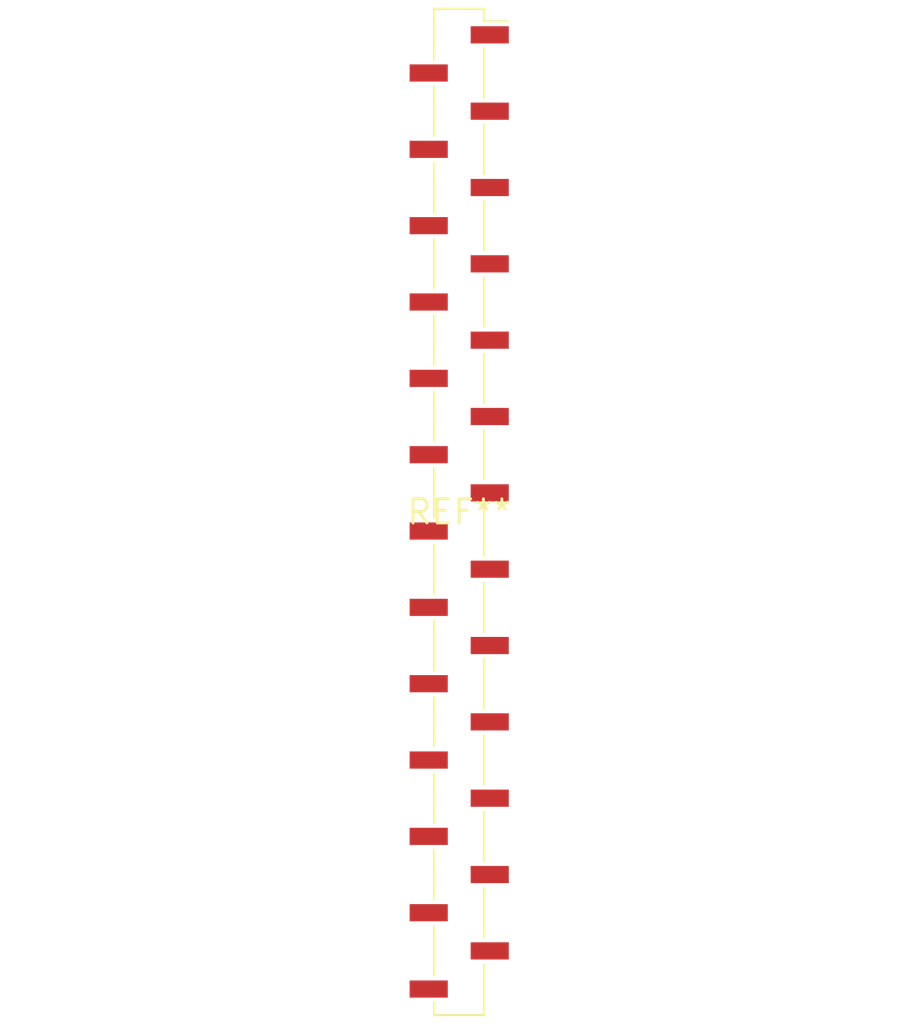
<source format=kicad_pcb>
(kicad_pcb (version 20240108) (generator pcbnew)
  (layers (0 "F.Cu" signal) (31 "B.Cu" signal) (34 "B.Paste" user) (35 "F.Paste" user) (36 "B.SilkS" user "B.Silkscreen") (37 "F.SilkS" user "F.Silkscreen") (38 "B.Mask" user) (39 "F.Mask" user) (44 "Edge.Cuts" user))
  (net 0 "")
  (footprint "PinSocket_1x26_P2.00mm_Vertical_SMD_Pin1Right" (layer "F.Cu") (at 0 0)
    (property "Reference" "REF**")
    (property "Value" "PinSocket_1x26_P2.00mm_Vertical_SMD_Pin1Right")
    (fp_line (start -1.31 -26.36) (end -1.31 -23.71) (layer "F.SilkS") (stroke (width 0.12)))
    (fp_line (start -1.31 -26.36) (end 1.31 -26.36) (layer "F.SilkS") (stroke (width 0.12)))
    (fp_line (start -1.31 -22.29) (end -1.31 -19.71) (layer "F.SilkS") (stroke (width 0.12)))
    (fp_line (start -1.31 -18.29) (end -1.31 -15.71) (layer "F.SilkS") (stroke (width 0.12)))
    (fp_line (start -1.31 -14.29) (end -1.31 -11.71) (layer "F.SilkS") (stroke (width 0.12)))
    (fp_line (start -1.31 -10.29) (end -1.31 -7.71) (layer "F.SilkS") (stroke (width 0.12)))
    (fp_line (start -1.31 -6.29) (end -1.31 -3.71) (layer "F.SilkS") (stroke (width 0.12)))
    (fp_line (start -1.31 -2.29) (end -1.31 0.29) (layer "F.SilkS") (stroke (width 0.12)))
    (fp_line (start -1.31 1.71) (end -1.31 4.29) (layer "F.SilkS") (stroke (width 0.12)))
    (fp_line (start -1.31 5.71) (end -1.31 8.29) (layer "F.SilkS") (stroke (width 0.12)))
    (fp_line (start -1.31 9.71) (end -1.31 12.29) (layer "F.SilkS") (stroke (width 0.12)))
    (fp_line (start -1.31 13.71) (end -1.31 16.29) (layer "F.SilkS") (stroke (width 0.12)))
    (fp_line (start -1.31 17.71) (end -1.31 20.29) (layer "F.SilkS") (stroke (width 0.12)))
    (fp_line (start -1.31 21.71) (end -1.31 24.29) (layer "F.SilkS") (stroke (width 0.12)))
    (fp_line (start -1.31 25.71) (end -1.31 26.36) (layer "F.SilkS") (stroke (width 0.12)))
    (fp_line (start -1.31 26.36) (end 1.31 26.36) (layer "F.SilkS") (stroke (width 0.12)))
    (fp_line (start 1.31 -26.36) (end 1.31 -25.71) (layer "F.SilkS") (stroke (width 0.12)))
    (fp_line (start 1.31 -25.71) (end 2.54 -25.71) (layer "F.SilkS") (stroke (width 0.12)))
    (fp_line (start 1.31 -24.29) (end 1.31 -21.71) (layer "F.SilkS") (stroke (width 0.12)))
    (fp_line (start 1.31 -20.29) (end 1.31 -17.71) (layer "F.SilkS") (stroke (width 0.12)))
    (fp_line (start 1.31 -16.29) (end 1.31 -13.71) (layer "F.SilkS") (stroke (width 0.12)))
    (fp_line (start 1.31 -12.29) (end 1.31 -9.71) (layer "F.SilkS") (stroke (width 0.12)))
    (fp_line (start 1.31 -8.29) (end 1.31 -5.71) (layer "F.SilkS") (stroke (width 0.12)))
    (fp_line (start 1.31 -4.29) (end 1.31 -1.71) (layer "F.SilkS") (stroke (width 0.12)))
    (fp_line (start 1.31 -0.29) (end 1.31 2.29) (layer "F.SilkS") (stroke (width 0.12)))
    (fp_line (start 1.31 3.71) (end 1.31 6.29) (layer "F.SilkS") (stroke (width 0.12)))
    (fp_line (start 1.31 7.71) (end 1.31 10.29) (layer "F.SilkS") (stroke (width 0.12)))
    (fp_line (start 1.31 11.71) (end 1.31 14.29) (layer "F.SilkS") (stroke (width 0.12)))
    (fp_line (start 1.31 15.71) (end 1.31 18.29) (layer "F.SilkS") (stroke (width 0.12)))
    (fp_line (start 1.31 19.71) (end 1.31 22.29) (layer "F.SilkS") (stroke (width 0.12)))
    (fp_line (start 1.31 23.71) (end 1.31 26.36) (layer "F.SilkS") (stroke (width 0.12)))
    (pad "1" smd rect (at 1.6 -25) (size 2 0.9) (layers "F.Cu" "F.Paste" "F.Mask"))
    (pad "2" smd rect (at -1.6 -23) (size 2 0.9) (layers "F.Cu" "F.Paste" "F.Mask"))
    (pad "3" smd rect (at 1.6 -21) (size 2 0.9) (layers "F.Cu" "F.Paste" "F.Mask"))
    (pad "4" smd rect (at -1.6 -19) (size 2 0.9) (layers "F.Cu" "F.Paste" "F.Mask"))
    (pad "5" smd rect (at 1.6 -17) (size 2 0.9) (layers "F.Cu" "F.Paste" "F.Mask"))
    (pad "6" smd rect (at -1.6 -15) (size 2 0.9) (layers "F.Cu" "F.Paste" "F.Mask"))
    (pad "7" smd rect (at 1.6 -13) (size 2 0.9) (layers "F.Cu" "F.Paste" "F.Mask"))
    (pad "8" smd rect (at -1.6 -11) (size 2 0.9) (layers "F.Cu" "F.Paste" "F.Mask"))
    (pad "9" smd rect (at 1.6 -9) (size 2 0.9) (layers "F.Cu" "F.Paste" "F.Mask"))
    (pad "10" smd rect (at -1.6 -7) (size 2 0.9) (layers "F.Cu" "F.Paste" "F.Mask"))
    (pad "11" smd rect (at 1.6 -5) (size 2 0.9) (layers "F.Cu" "F.Paste" "F.Mask"))
    (pad "12" smd rect (at -1.6 -3) (size 2 0.9) (layers "F.Cu" "F.Paste" "F.Mask"))
    (pad "13" smd rect (at 1.6 -1) (size 2 0.9) (layers "F.Cu" "F.Paste" "F.Mask"))
    (pad "14" smd rect (at -1.6 1) (size 2 0.9) (layers "F.Cu" "F.Paste" "F.Mask"))
    (pad "15" smd rect (at 1.6 3) (size 2 0.9) (layers "F.Cu" "F.Paste" "F.Mask"))
    (pad "16" smd rect (at -1.6 5) (size 2 0.9) (layers "F.Cu" "F.Paste" "F.Mask"))
    (pad "17" smd rect (at 1.6 7) (size 2 0.9) (layers "F.Cu" "F.Paste" "F.Mask"))
    (pad "18" smd rect (at -1.6 9) (size 2 0.9) (layers "F.Cu" "F.Paste" "F.Mask"))
    (pad "19" smd rect (at 1.6 11) (size 2 0.9) (layers "F.Cu" "F.Paste" "F.Mask"))
    (pad "20" smd rect (at -1.6 13) (size 2 0.9) (layers "F.Cu" "F.Paste" "F.Mask"))
    (pad "21" smd rect (at 1.6 15) (size 2 0.9) (layers "F.Cu" "F.Paste" "F.Mask"))
    (pad "22" smd rect (at -1.6 17) (size 2 0.9) (layers "F.Cu" "F.Paste" "F.Mask"))
    (pad "23" smd rect (at 1.6 19) (size 2 0.9) (layers "F.Cu" "F.Paste" "F.Mask"))
    (pad "24" smd rect (at -1.6 21) (size 2 0.9) (layers "F.Cu" "F.Paste" "F.Mask"))
    (pad "25" smd rect (at 1.6 23) (size 2 0.9) (layers "F.Cu" "F.Paste" "F.Mask"))
    (pad "26" smd rect (at -1.6 25) (size 2 0.9) (layers "F.Cu" "F.Paste" "F.Mask"))
  )
)
</source>
